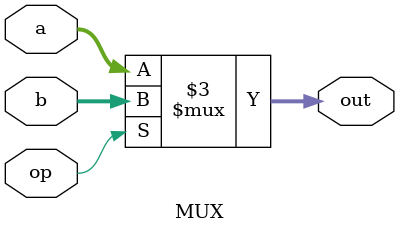
<source format=v>
`timescale 1ns / 1ps


module MUX(a, b, op, out);
    input op;
    input [31:0]a, b;
    output reg [31:0]out;
    
    always@(*)begin
        if(op)
          out = b;
        else
          out = a;
    end
endmodule

</source>
